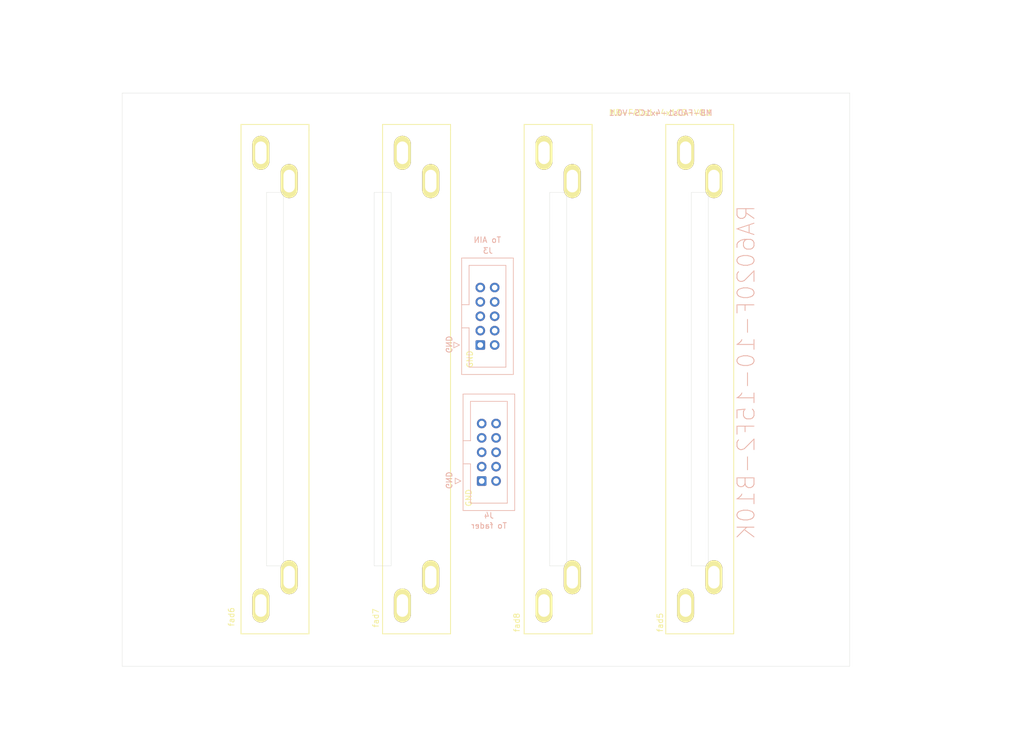
<source format=kicad_pcb>
(kicad_pcb (version 20240108) (generator "pcbnew") (generator_version "8.0")
  (layers (0 "F.Cu" signal "Dessus.Cu") (31 "B.Cu" signal "Dessous.Cu") (34 "B.Paste" user "Dessous.Pate") (35 "F.Paste" user "Dessus.Pate") (36 "B.SilkS" user "Dessous.SilkS") (37 "F.SilkS" user "Dessus.SilkS") (38 "B.Mask" user "Dessous.Masque") (39 "F.Mask" user "Dessus.Masque") (44 "Edge.Cuts" user "Contours.Ci"))
  (net 0 "")
  (footprint "MountingHole:MountingHole_3mm" (layer "F.Cu") (at 135.7 224.9875)
    (property "Reference" "H11" (hide yes))
    (property "Value" "MountingHole")
    (pad "" np_thru_hole circle (at 0 0) (size 3 3) (drill 3) (layers "*.Cu" "*.Mask"))
  )
  (footprint "ksir 2022:fader" (layer "F.Cu") (at 117.5 232)
    (property "Reference" "fad8" (at -1.3 -2 90) (layer "F.SilkS"))
    (property "Value" "fad" (hide yes))
    (fp_line (start 0 0) (end 0 -90) (stroke (width 0.15)) (layer "F.SilkS"))
    (fp_line (start 12 -90) (end 0 -90) (stroke (width 0.15)) (layer "F.SilkS"))
    (fp_line (start 12 -89) (end 12 -90) (stroke (width 0.15)) (layer "F.SilkS"))
    (fp_line (start 12 0) (end 0 0) (stroke (width 0.15)) (layer "F.SilkS"))
    (fp_line (start 12 0) (end 12 -89) (stroke (width 0.15)) (layer "F.SilkS"))
    (pad "1" thru_hole oval (at 8.5 -10) (size 3 6) (drill oval 2 4) (layers "*.Cu" "*.Mask" "F.SilkS"))
    (pad "2" thru_hole oval (at 3.5 -85) (size 3 6) (drill oval 2 4) (layers "*.Cu" "*.Mask" "F.SilkS"))
    (pad "2" thru_hole oval (at 3.5 -5) (size 3 6) (drill oval 2 4) (layers "*.Cu" "*.Mask" "F.SilkS"))
    (pad "3" thru_hole oval (at 8.5 -80) (size 3 6) (drill oval 2 4) (layers "*.Cu" "*.Mask" "F.SilkS"))
  )
  (footprint "MountingHole:MountingHole_3mm" (layer "F.Cu") (at 172 230.2375)
    (property "Reference" "H13" (hide yes))
    (property "Value" "MountingHole")
    (pad "" np_thru_hole oval (at 0 0) (size 3.2 4) (drill oval 3.2 4) (layers "F&B.Cu" "*.Mask"))
  )
  (footprint "MountingHole:MountingHole_3mm" (layer "F.Cu") (at 49.5 194.7375)
    (property "Reference" "H13" (hide yes))
    (property "Value" "MountingHole")
    (pad "" np_thru_hole oval (at 0 0) (size 3.2 4) (drill oval 3.2 4) (layers "*.Cu" "*.Mask"))
  )
  (footprint "ksir 2022:fader" (layer "F.Cu") (at 92.5 232)
    (property "Reference" "fad7" (at -1.2 -2.8 90) (layer "F.SilkS"))
    (property "Value" "fad" (hide yes))
    (fp_line (start 0 0) (end 0 -90) (stroke (width 0.15)) (layer "F.SilkS"))
    (fp_line (start 12 -90) (end 0 -90) (stroke (width 0.15)) (layer "F.SilkS"))
    (fp_line (start 12 -89) (end 12 -90) (stroke (width 0.15)) (layer "F.SilkS"))
    (fp_line (start 12 0) (end 0 0) (stroke (width 0.15)) (layer "F.SilkS"))
    (fp_line (start 12 0) (end 12 -89) (stroke (width 0.15)) (layer "F.SilkS"))
    (pad "1" thru_hole oval (at 8.5 -10) (size 3 6) (drill oval 2 4) (layers "*.Cu" "*.Mask" "F.SilkS"))
    (pad "2" thru_hole oval (at 3.5 -85) (size 3 6) (drill oval 2 4) (layers "*.Cu" "*.Mask" "F.SilkS"))
    (pad "2" thru_hole oval (at 3.5 -5) (size 3 6) (drill oval 2 4) (layers "*.Cu" "*.Mask" "F.SilkS"))
    (pad "3" thru_hole oval (at 8.5 -80) (size 3 6) (drill oval 2 4) (layers "*.Cu" "*.Mask" "F.SilkS"))
  )
  (footprint "MountingHole:MountingHole_3.2mm_M3" (layer "F.Cu") (at 136 162)
    (property "Reference" "H2" (hide yes))
    (property "Value" "MountingHole" (hide yes))
    (pad "" np_thru_hole circle (at 0 0) (size 3.2 3.2) (drill 3.2) (layers "F&B.Cu" "*.Mask"))
  )
  (footprint "MountingHole:MountingHole_3mm" (layer "F.Cu") (at 172 194.7375)
    (property "Reference" "H13" (hide yes))
    (property "Value" "MountingHole")
    (pad "" np_thru_hole oval (at 0 0) (size 3.2 4) (drill oval 3.2 4) (layers "F&B.Cu" "*.Mask"))
  )
  (footprint "ksir 2022:fader" (layer "F.Cu") (at 142.5 232)
    (property "Reference" "fad5" (at -1 -2 90) (layer "F.SilkS"))
    (property "Value" "fad" (hide yes))
    (fp_line (start 0 0) (end 0 -90) (stroke (width 0.15)) (layer "F.SilkS"))
    (fp_line (start 12 -90) (end 0 -90) (stroke (width 0.15)) (layer "F.SilkS"))
    (fp_line (start 12 -89) (end 12 -90) (stroke (width 0.15)) (layer "F.SilkS"))
    (fp_line (start 12 0) (end 0 0) (stroke (width 0.15)) (layer "F.SilkS"))
    (fp_line (start 12 0) (end 12 -89) (stroke (width 0.15)) (layer "F.SilkS"))
    (pad "1" thru_hole oval (at 8.5 -10) (size 3 6) (drill oval 2 4) (layers "*.Cu" "*.Mask" "F.SilkS"))
    (pad "2" thru_hole oval (at 3.5 -85) (size 3 6) (drill oval 2 4) (layers "*.Cu" "*.Mask" "F.SilkS"))
    (pad "2" thru_hole oval (at 3.5 -5) (size 3 6) (drill oval 2 4) (layers "*.Cu" "*.Mask" "F.SilkS"))
    (pad "3" thru_hole oval (at 8.5 -80) (size 3 6) (drill oval 2 4) (layers "*.Cu" "*.Mask" "F.SilkS"))
  )
  (footprint "MountingHole:MountingHole_3mm" (layer "F.Cu") (at 49.5 230.2375)
    (property "Reference" "H13" (hide yes))
    (property "Value" "MountingHole")
    (pad "" np_thru_hole oval (at 0 0) (size 3.2 4) (drill oval 3.2 4) (layers "*.Cu" "*.Mask"))
  )
  (footprint "MountingHole:MountingHole_3.2mm_M3" (layer "F.Cu") (at 136 212)
    (property "Reference" "H4" (hide yes))
    (property "Value" "MountingHole" (hide yes))
    (pad "" np_thru_hole circle (at 0 0) (size 3.2 3.2) (drill 3.2) (layers "F&B.Cu" "*.Mask"))
  )
  (footprint "MountingHole:MountingHole_3.2mm_M3" (layer "F.Cu") (at 86 162)
    (property "Reference" "H1" (hide yes))
    (property "Value" "MountingHole" (hide yes))
    (pad "" np_thru_hole circle (at 0 0) (size 3.2 3.2) (drill 3.2) (layers "F&B.Cu" "*.Mask"))
  )
  (footprint "MountingHole:MountingHole_3mm" (layer "F.Cu") (at 135.7 199.9875)
    (property "Reference" "H11" (hide yes))
    (property "Value" "MountingHole")
    (pad "" np_thru_hole circle (at 0 0) (size 3 3) (drill 3) (layers "*.Cu" "*.Mask"))
  )
  (footprint "ksir 2022:fader" (layer "F.Cu") (at 67.5 232)
    (property "Reference" "fad6" (at -1.7 -3 90) (layer "F.SilkS"))
    (property "Value" "fad" (hide yes))
    (fp_line (start 0 0) (end 0 -90) (stroke (width 0.15)) (layer "F.SilkS"))
    (fp_line (start 12 -90) (end 0 -90) (stroke (width 0.15)) (layer "F.SilkS"))
    (fp_line (start 12 -89) (end 12 -90) (stroke (width 0.15)) (layer "F.SilkS"))
    (fp_line (start 12 0) (end 0 0) (stroke (width 0.15)) (layer "F.SilkS"))
    (fp_line (start 12 0) (end 12 -89) (stroke (width 0.15)) (layer "F.SilkS"))
    (pad "1" thru_hole oval (at 8.5 -10) (size 3 6) (drill oval 2 4) (layers "*.Cu" "*.Mask" "F.SilkS"))
    (pad "2" thru_hole oval (at 3.5 -85) (size 3 6) (drill oval 2 4) (layers "*.Cu" "*.Mask" "F.SilkS"))
    (pad "2" thru_hole oval (at 3.5 -5) (size 3 6) (drill oval 2 4) (layers "*.Cu" "*.Mask" "F.SilkS"))
    (pad "3" thru_hole oval (at 8.5 -80) (size 3 6) (drill oval 2 4) (layers "*.Cu" "*.Mask" "F.SilkS"))
  )
  (footprint "MountingHole:MountingHole_3mm" (layer "F.Cu") (at 85.7 224.9875)
    (property "Reference" "H11" (hide yes))
    (property "Value" "MountingHole")
    (pad "" np_thru_hole circle (at 0 0) (size 3 3) (drill 3) (layers "*.Cu" "*.Mask"))
  )
  (footprint "MountingHole:MountingHole_3mm" (layer "F.Cu") (at 85.7 199.9875)
    (property "Reference" "H11" (hide yes))
    (property "Value" "MountingHole")
    (pad "" np_thru_hole circle (at 0 0) (size 3 3) (drill 3) (layers "*.Cu" "*.Mask"))
  )
  (footprint "MountingHole:MountingHole_3.2mm_M3" (layer "F.Cu") (at 86 212)
    (property "Reference" "H3" (hide yes))
    (property "Value" "MountingHole" (hide yes))
    (pad "" np_thru_hole circle (at 0 0) (size 3.2 3.2) (drill 3.2) (layers "F&B.Cu" "*.Mask"))
  )
  (footprint "Connector_IDC:IDC-Header_2x05_P2.54mm_Vertical" (layer "B.Cu") (at 110 205)
    (property "Reference" "J4" (at 1.27 6.1 0) (layer "B.SilkS") (effects (justify mirror)))
    (property "Value" "IDC-Header_2x05_P2.54mm_Vertical" (hide yes))
    (fp_line (start -4.68 -0.5) (end -3.68 0) (stroke (width 0.12)) (layer "B.SilkS"))
    (fp_line (start -4.68 0.5) (end -4.68 -0.5) (stroke (width 0.12)) (layer "B.SilkS"))
    (fp_line (start -3.68 0) (end -4.68 0.5) (stroke (width 0.12)) (layer "B.SilkS"))
    (fp_line (start -3.29 -15.37) (end -3.29 5.21) (stroke (width 0.12)) (layer "B.SilkS"))
    (fp_line (start -3.29 -3.03) (end -1.98 -3.03) (stroke (width 0.12)) (layer "B.SilkS"))
    (fp_line (start -3.29 5.21) (end 5.83 5.21) (stroke (width 0.12)) (layer "B.SilkS"))
    (fp_line (start -1.98 -14.07) (end -1.98 -7.13) (stroke (width 0.12)) (layer "B.SilkS"))
    (fp_line (start -1.98 -7.13) (end -3.29 -7.13) (stroke (width 0.12)) (layer "B.SilkS"))
    (fp_line (start -1.98 -7.13) (end -1.98 -7.13) (stroke (width 0.12)) (layer "B.SilkS"))
    (fp_line (start -1.98 -3.03) (end -1.98 3.91) (stroke (width 0.12)) (layer "B.SilkS"))
    (fp_line (start -1.98 3.91) (end 4.52 3.91) (stroke (width 0.12)) (layer "B.SilkS"))
    (fp_line (start 4.52 -14.07) (end -1.98 -14.07) (stroke (width 0.12)) (layer "B.SilkS"))
    (fp_line (start 4.52 3.91) (end 4.52 -14.07) (stroke (width 0.12)) (layer "B.SilkS"))
    (fp_line (start 5.83 -15.37) (end -3.29 -15.37) (stroke (width 0.12)) (layer "B.SilkS"))
    (fp_line (start 5.83 5.21) (end 5.83 -15.37) (stroke (width 0.12)) (layer "B.SilkS"))
    (pad "1" thru_hole roundrect (at 0 0) (size 1.7 1.7) (drill 1) (layers "*.Cu" "*.Mask") (roundrect_rratio 0.1470588235))
    (pad "2" thru_hole circle (at 2.54 0) (size 1.7 1.7) (drill 1) (layers "*.Cu" "*.Mask"))
    (pad "3" thru_hole circle (at 0 -2.54) (size 1.7 1.7) (drill 1) (layers "*.Cu" "*.Mask"))
    (pad "4" thru_hole circle (at 2.54 -2.54) (size 1.7 1.7) (drill 1) (layers "*.Cu" "*.Mask"))
    (pad "5" thru_hole circle (at 0 -5.08) (size 1.7 1.7) (drill 1) (layers "*.Cu" "*.Mask"))
    (pad "6" thru_hole circle (at 2.54 -5.08) (size 1.7 1.7) (drill 1) (layers "*.Cu" "*.Mask"))
    (pad "7" thru_hole circle (at 0 -7.62) (size 1.7 1.7) (drill 1) (layers "*.Cu" "*.Mask"))
    (pad "8" thru_hole circle (at 2.54 -7.62) (size 1.7 1.7) (drill 1) (layers "*.Cu" "*.Mask"))
    (pad "9" thru_hole circle (at 0 -10.16) (size 1.7 1.7) (drill 1) (layers "*.Cu" "*.Mask"))
    (pad "10" thru_hole circle (at 2.54 -10.16) (size 1.7 1.7) (drill 1) (layers "*.Cu" "*.Mask"))
  )
  (footprint "Connector_IDC:IDC-Header_2x05_P2.54mm_Vertical" (layer "B.Cu") (at 109.7535 180.968)
    (property "Reference" "J3" (at 1.3465 -16.668 0) (layer "B.SilkS") (effects (justify mirror)))
    (property "Value" "IDC-Header_2x05_P2.54mm_Vertical" (hide yes))
    (fp_line (start -4.68 -0.5) (end -3.68 0) (stroke (width 0.12)) (layer "B.SilkS"))
    (fp_line (start -4.68 0.5) (end -4.68 -0.5) (stroke (width 0.12)) (layer "B.SilkS"))
    (fp_line (start -3.68 0) (end -4.68 0.5) (stroke (width 0.12)) (layer "B.SilkS"))
    (fp_line (start -3.29 -15.37) (end -3.29 5.21) (stroke (width 0.12)) (layer "B.SilkS"))
    (fp_line (start -3.29 -3.03) (end -1.98 -3.03) (stroke (width 0.12)) (layer "B.SilkS"))
    (fp_line (start -3.29 5.21) (end 5.83 5.21) (stroke (width 0.12)) (layer "B.SilkS"))
    (fp_line (start -1.98 -14.07) (end -1.98 -7.13) (stroke (width 0.12)) (layer "B.SilkS"))
    (fp_line (start -1.98 -7.13) (end -3.29 -7.13) (stroke (width 0.12)) (layer "B.SilkS"))
    (fp_line (start -1.98 -7.13) (end -1.98 -7.13) (stroke (width 0.12)) (layer "B.SilkS"))
    (fp_line (start -1.98 -3.03) (end -1.98 3.91) (stroke (width 0.12)) (layer "B.SilkS"))
    (fp_line (start -1.98 3.91) (end 4.52 3.91) (stroke (width 0.12)) (layer "B.SilkS"))
    (fp_line (start 4.52 -14.07) (end -1.98 -14.07) (stroke (width 0.12)) (layer "B.SilkS"))
    (fp_line (start 4.52 3.91) (end 4.52 -14.07) (stroke (width 0.12)) (layer "B.SilkS"))
    (fp_line (start 5.83 -15.37) (end -3.29 -15.37) (stroke (width 0.12)) (layer "B.SilkS"))
    (fp_line (start 5.83 5.21) (end 5.83 -15.37) (stroke (width 0.12)) (layer "B.SilkS"))
    (pad "1" thru_hole roundrect (at 0 0) (size 1.7 1.7) (drill 1) (layers "*.Cu" "*.Mask") (roundrect_rratio 0.1470588235))
    (pad "2" thru_hole circle (at 2.54 0) (size 1.7 1.7) (drill 1) (layers "*.Cu" "*.Mask"))
    (pad "3" thru_hole circle (at 0 -2.54) (size 1.7 1.7) (drill 1) (layers "*.Cu" "*.Mask"))
    (pad "4" thru_hole circle (at 2.54 -2.54) (size 1.7 1.7) (drill 1) (layers "*.Cu" "*.Mask"))
    (pad "5" thru_hole circle (at 0 -5.08) (size 1.7 1.7) (drill 1) (layers "*.Cu" "*.Mask"))
    (pad "6" thru_hole circle (at 2.54 -5.08) (size 1.7 1.7) (drill 1) (layers "*.Cu" "*.Mask"))
    (pad "7" thru_hole circle (at 0 -7.62) (size 1.7 1.7) (drill 1) (layers "*.Cu" "*.Mask"))
    (pad "8" thru_hole circle (at 2.54 -7.62) (size 1.7 1.7) (drill 1) (layers "*.Cu" "*.Mask"))
    (pad "9" thru_hole circle (at 0 -10.16) (size 1.7 1.7) (drill 1) (layers "*.Cu" "*.Mask"))
    (pad "10" thru_hole circle (at 2.54 -10.16) (size 1.7 1.7) (drill 1) (layers "*.Cu" "*.Mask"))
  )
  (gr_rect (start 72 154) (end 75 220) (stroke (width 0.05)) (fill none) (layer "Edge.Cuts"))
  (gr_rect (start 46.5 136.4375) (end 175 237.7375) (stroke (width 0.05)) (fill none) (layer "Edge.Cuts"))
  (gr_rect (start 122 154) (end 125 220) (stroke (width 0.05)) (fill none) (layer "Edge.Cuts"))
  (gr_rect (start 147 154) (end 150 220) (stroke (width 0.05)) (fill none) (layer "Edge.Cuts"))
  (gr_rect (start 91 154) (end 94 220) (stroke (width 0.05)) (fill none) (layer "Edge.Cuts"))
  (gr_text "To fader" (at 111.3 212.9 0) (layer "B.SilkS") (effects (font (size 1 1)) (justify mirror)))
  (gr_text "RA6020F-10-15F2-B10K" (at 156.7 185.8 90) (layer "B.SilkS") (effects (font (size 3 3)) (justify mirror)))
  (gr_text "GND" (at 103.6 182.5 -90) (layer "B.SilkS") (effects (font (size 1 1)) (justify left bottom mirror)))
  (gr_text "MB-FADs1-4x1CS-V0.1" (at 141.6 139.95 0) (layer "B.SilkS") (effects (font (size 1 1)) (justify mirror)))
  (gr_text "To AIN" (at 111 162.4 0) (layer "B.SilkS") (effects (font (size 1 1)) (justify mirror)))
  (gr_text "GND" (at 103.6 206.5 -90) (layer "B.SilkS") (effects (font (size 1 1)) (justify left bottom mirror)))
  (gr_text "MB-FADs1-4x1CS-V0.1" (at 141.6 139.9 0) (layer "F.SilkS") (effects (font (size 1 1))))
  (gr_text "GND" (at 108.5 185.1 90) (layer "F.SilkS") (effects (font (size 1 1)) (justify left bottom)))
  (gr_text "GND" (at 108.3 209.6 90) (layer "F.SilkS") (effects (font (size 1 1)) (justify left bottom)))
)
</source>
